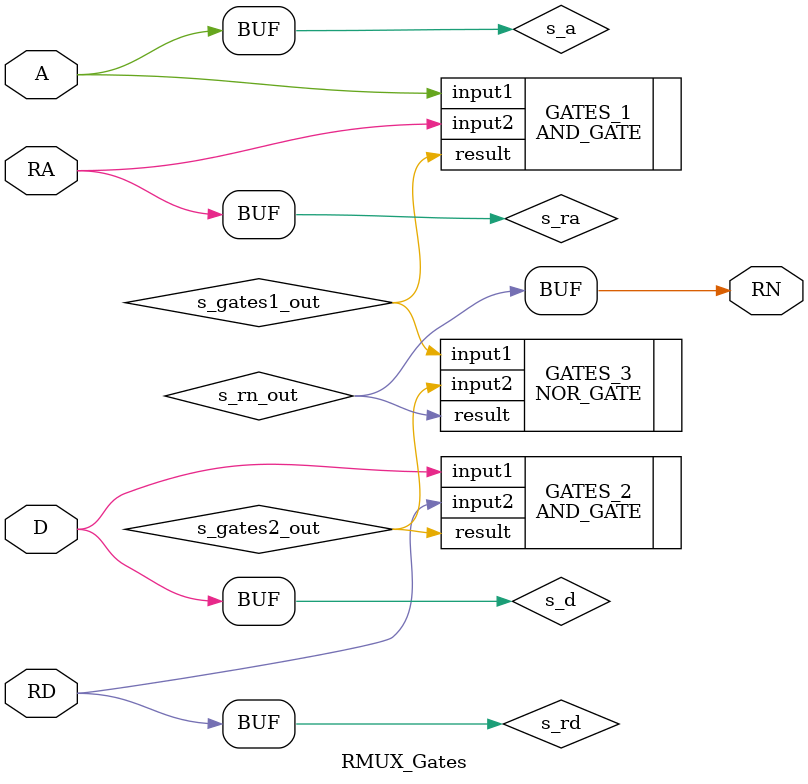
<source format=v>
/**************************************************************************
** ND120 Shared                                                          **
**                                                                       **
** Component : RMUX_Gates                                                **
**                                                                       **
** Last reviewed: 11-NOV-2024                                            **
** Ronny Hansen                                                          **
***************************************************************************/


module RMUX_Gates (
    input A,
    input D,
    input RA,
    input RD,

    output RN
);

  /*******************************************************************************
   ** The wires are defined here                                                 **
   *******************************************************************************/
  wire s_gates1_out;
  wire s_gates2_out;
  wire s_rn_out;
  wire s_a;
  wire s_ra;
  wire s_d;
  wire s_rd;

  /*******************************************************************************
   ** The module functionality is described here                                 **
   *******************************************************************************/

  /*******************************************************************************
   ** Here all input connections are defined                                     **
   *******************************************************************************/
  assign s_a  = A;
  assign s_ra = RA;
  assign s_d  = D;
  assign s_rd = RD;

  /*******************************************************************************
   ** Here all output connections are defined                                    **
   *******************************************************************************/
  assign RN   = s_rn_out;

  /*******************************************************************************
   ** Here all normal components are defined                                     **
   *******************************************************************************/
  AND_GATE #(
      .BubblesMask(2'b00)
  ) GATES_1 (
      .input1(s_a),
      .input2(s_ra),
      .result(s_gates1_out)
  );

  AND_GATE #(
      .BubblesMask(2'b00)
  ) GATES_2 (
      .input1(s_d),
      .input2(s_rd),
      .result(s_gates2_out)
  );

  NOR_GATE #(
      .BubblesMask(2'b00)
  ) GATES_3 (
      .input1(s_gates1_out),
      .input2(s_gates2_out),
      .result(s_rn_out)
  );


endmodule

</source>
